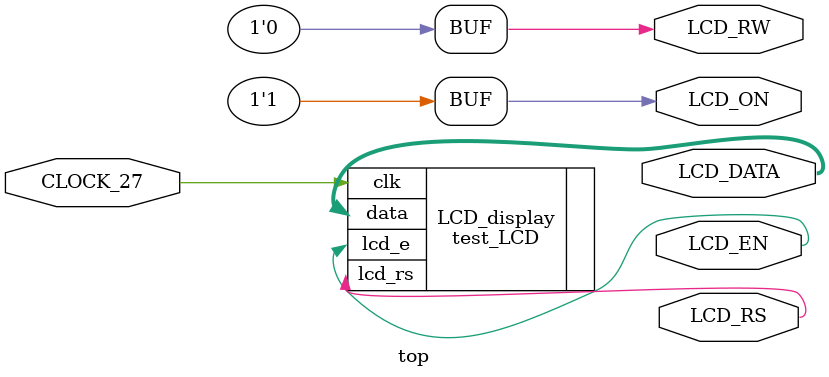
<source format=sv>
module top (
	// input
	input logic CLOCK_27 ,
	
	// output
	output logic LCD_EN  , LCD_RS , LCD_ON , LCD_RW ,
	output logic [7:0] LCD_DATA
);
	assign LCD_ON = 1'b1;
	assign LCD_RW = 1'b0;
	test_LCD LCD_display (
		.clk(CLOCK_27) ,
		.lcd_e (LCD_EN) ,
		.lcd_rs (LCD_RS) ,
		.data(LCD_DATA)
	);
endmodule : top
</source>
